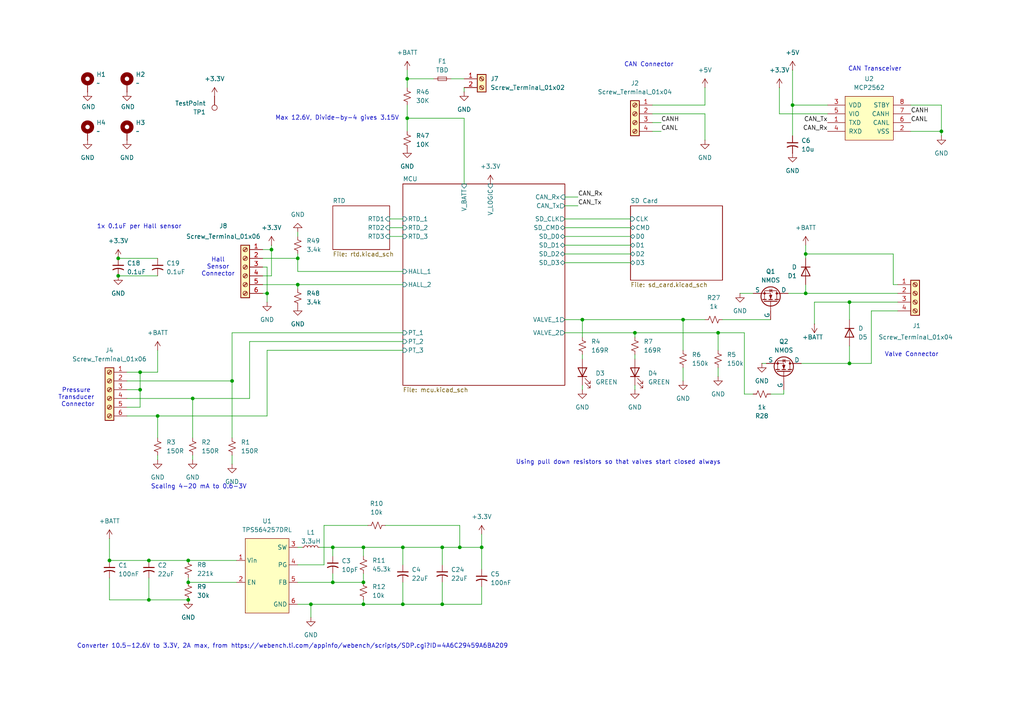
<source format=kicad_sch>
(kicad_sch (version 20250114) (generator "eeschema") (generator_version "9.0")
  (paper "A4")
  (lib_symbols
    (symbol "Connector:Screw_Terminal_01x02" (pin_names (offset 1.016) (hide yes))
      (property "Reference" "J" (at 0 2.54 0))
      (property "Value" "Screw_Terminal_01x02" (at 0 -5.08 0))
      (symbol "Screw_Terminal_01x02_1_1"
        (rectangle (start -1.27 1.27) (end 1.27 -3.81) (stroke (width 0.254)) (fill (type background)))
        (polyline (pts (xy -0.5334 0.3302) (xy 0.3302 -0.508)) (stroke (width 0.1524)))
        (polyline (pts (xy -0.5334 -2.2098) (xy 0.3302 -3.048)) (stroke (width 0.1524)))
        (polyline (pts (xy -0.3556 0.508) (xy 0.508 -0.3302)) (stroke (width 0.1524)))
        (polyline (pts (xy -0.3556 -2.032) (xy 0.508 -2.8702)) (stroke (width 0.1524)))
        (circle (center 0 0) (radius 0.635) (stroke (width 0.1524)))
        (circle (center 0 -2.54) (radius 0.635) (stroke (width 0.1524)))
        (pin passive line (at -5.08 0 0) (length 3.81) (name "Pin_1") (number "1"))
        (pin passive line (at -5.08 -2.54 0) (length 3.81) (name "Pin_2") (number "2"))
      )
    )
    (symbol "Connector:Screw_Terminal_01x04" (pin_names (offset 1.016) (hide yes))
      (property "Reference" "J" (at 0 5.08 0))
      (property "Value" "Screw_Terminal_01x04" (at 0 -7.62 0))
      (symbol "Screw_Terminal_01x04_1_1"
        (rectangle (start -1.27 3.81) (end 1.27 -6.35) (stroke (width 0.254)) (fill (type background)))
        (polyline (pts (xy -0.5334 2.8702) (xy 0.3302 2.032)) (stroke (width 0.1524)))
        (polyline (pts (xy -0.5334 0.3302) (xy 0.3302 -0.508)) (stroke (width 0.1524)))
        (polyline (pts (xy -0.5334 -2.2098) (xy 0.3302 -3.048)) (stroke (width 0.1524)))
        (polyline (pts (xy -0.5334 -4.7498) (xy 0.3302 -5.588)) (stroke (width 0.1524)))
        (polyline (pts (xy -0.3556 3.048) (xy 0.508 2.2098)) (stroke (width 0.1524)))
        (polyline (pts (xy -0.3556 0.508) (xy 0.508 -0.3302)) (stroke (width 0.1524)))
        (polyline (pts (xy -0.3556 -2.032) (xy 0.508 -2.8702)) (stroke (width 0.1524)))
        (polyline (pts (xy -0.3556 -4.572) (xy 0.508 -5.4102)) (stroke (width 0.1524)))
        (circle (center 0 2.54) (radius 0.635) (stroke (width 0.1524)))
        (circle (center 0 0) (radius 0.635) (stroke (width 0.1524)))
        (circle (center 0 -2.54) (radius 0.635) (stroke (width 0.1524)))
        (circle (center 0 -5.08) (radius 0.635) (stroke (width 0.1524)))
        (pin passive line (at -5.08 2.54 0) (length 3.81) (name "Pin_1") (number "1"))
        (pin passive line (at -5.08 0 0) (length 3.81) (name "Pin_2") (number "2"))
        (pin passive line (at -5.08 -2.54 0) (length 3.81) (name "Pin_3") (number "3"))
        (pin passive line (at -5.08 -5.08 0) (length 3.81) (name "Pin_4") (number "4"))
      )
    )
    (symbol "Connector:Screw_Terminal_01x06" (pin_names (offset 1.016) (hide yes))
      (property "Reference" "J" (at 0 7.62 0))
      (property "Value" "Screw_Terminal_01x06" (at 0 -10.16 0))
      (symbol "Screw_Terminal_01x06_1_1"
        (rectangle (start -1.27 6.35) (end 1.27 -8.89) (stroke (width 0.254)) (fill (type background)))
        (polyline (pts (xy -0.5334 5.4102) (xy 0.3302 4.572)) (stroke (width 0.1524)))
        (polyline (pts (xy -0.5334 2.8702) (xy 0.3302 2.032)) (stroke (width 0.1524)))
        (polyline (pts (xy -0.5334 0.3302) (xy 0.3302 -0.508)) (stroke (width 0.1524)))
        (polyline (pts (xy -0.5334 -2.2098) (xy 0.3302 -3.048)) (stroke (width 0.1524)))
        (polyline (pts (xy -0.5334 -4.7498) (xy 0.3302 -5.588)) (stroke (width 0.1524)))
        (polyline (pts (xy -0.5334 -7.2898) (xy 0.3302 -8.128)) (stroke (width 0.1524)))
        (polyline (pts (xy -0.3556 5.588) (xy 0.508 4.7498)) (stroke (width 0.1524)))
        (polyline (pts (xy -0.3556 3.048) (xy 0.508 2.2098)) (stroke (width 0.1524)))
        (polyline (pts (xy -0.3556 0.508) (xy 0.508 -0.3302)) (stroke (width 0.1524)))
        (polyline (pts (xy -0.3556 -2.032) (xy 0.508 -2.8702)) (stroke (width 0.1524)))
        (polyline (pts (xy -0.3556 -4.572) (xy 0.508 -5.4102)) (stroke (width 0.1524)))
        (polyline (pts (xy -0.3556 -7.112) (xy 0.508 -7.9502)) (stroke (width 0.1524)))
        (circle (center 0 5.08) (radius 0.635) (stroke (width 0.1524)))
        (circle (center 0 2.54) (radius 0.635) (stroke (width 0.1524)))
        (circle (center 0 0) (radius 0.635) (stroke (width 0.1524)))
        (circle (center 0 -2.54) (radius 0.635) (stroke (width 0.1524)))
        (circle (center 0 -5.08) (radius 0.635) (stroke (width 0.1524)))
        (circle (center 0 -7.62) (radius 0.635) (stroke (width 0.1524)))
        (pin passive line (at -5.08 5.08 0) (length 3.81) (name "Pin_1") (number "1"))
        (pin passive line (at -5.08 2.54 0) (length 3.81) (name "Pin_2") (number "2"))
        (pin passive line (at -5.08 0 0) (length 3.81) (name "Pin_3") (number "3"))
        (pin passive line (at -5.08 -2.54 0) (length 3.81) (name "Pin_4") (number "4"))
        (pin passive line (at -5.08 -5.08 0) (length 3.81) (name "Pin_5") (number "5"))
        (pin passive line (at -5.08 -7.62 0) (length 3.81) (name "Pin_6") (number "6"))
      )
    )
    (symbol "Connector:TestPoint" (pin_numbers (hide yes)) (pin_names (offset 0.762) (hide yes))
      (property "Reference" "TP" (at 0 6.858 0))
      (property "Value" "TestPoint" (at 0 5.08 0))
      (symbol "TestPoint_0_1"
        (circle (center 0 3.302) (radius 0.762))
      )
      (symbol "TestPoint_1_1"
        (pin passive line (at 0 0 90) (length 2.54) (name "1") (number "1"))
      )
    )
    (symbol "Device:C_Small_US" (pin_numbers (hide yes)) (pin_names (offset 0.254) (hide yes))
      (property "Reference" "C" (at 0.254 1.778 0))
      (property "Value" "C_Small_US" (at 0.254 -2.032 0))
      (symbol "C_Small_US_0_1"
        (polyline (pts (xy -1.524 0.508) (xy 1.524 0.508)) (stroke (width 0.3048)))
        (arc (start -1.524 -0.762) (mid 0 -0.3734) (end 1.524 -0.762) (stroke (width 0.3048)))
      )
      (symbol "C_Small_US_1_1"
        (pin passive line (at 0 2.54 270) (length 2.032) (name "~") (number "1"))
        (pin passive line (at 0 -2.54 90) (length 2.032) (name "~") (number "2"))
      )
    )
    (symbol "Device:D" (pin_numbers (hide yes)) (pin_names (offset 1.016) (hide yes))
      (property "Reference" "D" (at 0 2.54 0))
      (property "Value" "D" (at 0 -2.54 0))
      (symbol "D_0_1"
        (polyline (pts (xy -1.27 1.27) (xy -1.27 -1.27)) (stroke (width 0.254)))
        (polyline (pts (xy 1.27 1.27) (xy 1.27 -1.27) (xy -1.27 0) (xy 1.27 1.27)) (stroke (width 0.254)))
        (polyline (pts (xy 1.27 0) (xy -1.27 0)))
      )
      (symbol "D_1_1"
        (pin passive line (at -3.81 0 0) (length 2.54) (name "K") (number "1"))
        (pin passive line (at 3.81 0 180) (length 2.54) (name "A") (number "2"))
      )
    )
    (symbol "Device:Fuse_Small" (pin_numbers (hide yes)) (pin_names (offset 0.254) (hide yes))
      (property "Reference" "F" (at 0 -1.524 0))
      (property "Value" "Fuse_Small" (at 0 1.524 0))
      (symbol "Fuse_Small_0_1"
        (rectangle (start -1.27 0.508) (end 1.27 -0.508))
        (polyline (pts (xy -1.27 0) (xy 1.27 0)))
      )
      (symbol "Fuse_Small_1_1"
        (pin passive line (at -2.54 0 0) (length 1.27) (name "~") (number "1"))
        (pin passive line (at 2.54 0 180) (length 1.27) (name "~") (number "2"))
      )
    )
    (symbol "Device:LED" (pin_numbers (hide yes)) (pin_names (offset 1.016) (hide yes))
      (property "Reference" "D" (at 0 2.54 0))
      (property "Value" "LED" (at 0 -2.54 0))
      (symbol "LED_0_1"
        (polyline (pts (xy -3.048 -0.762) (xy -4.572 -2.286) (xy -3.81 -2.286) (xy -4.572 -2.286) (xy -4.572 -1.524)))
        (polyline (pts (xy -1.778 -0.762) (xy -3.302 -2.286) (xy -2.54 -2.286) (xy -3.302 -2.286) (xy -3.302 -1.524)))
        (polyline (pts (xy -1.27 0) (xy 1.27 0)))
        (polyline (pts (xy -1.27 -1.27) (xy -1.27 1.27)) (stroke (width 0.254)))
        (polyline (pts (xy 1.27 -1.27) (xy 1.27 1.27) (xy -1.27 0) (xy 1.27 -1.27)) (stroke (width 0.254)))
      )
      (symbol "LED_1_1"
        (pin passive line (at -3.81 0 0) (length 2.54) (name "K") (number "1"))
        (pin passive line (at 3.81 0 180) (length 2.54) (name "A") (number "2"))
      )
    )
    (symbol "Device:L_Small" (pin_numbers (hide yes)) (pin_names (offset 0.254) (hide yes))
      (property "Reference" "L" (at 0.762 1.016 0))
      (property "Value" "L_Small" (at 0.762 -1.016 0))
      (symbol "L_Small_0_1"
        (arc (start 0 2.032) (mid 0.5058 1.524) (end 0 1.016))
        (arc (start 0 1.016) (mid 0.5058 0.508) (end 0 0))
        (arc (start 0 0) (mid 0.5058 -0.508) (end 0 -1.016))
        (arc (start 0 -1.016) (mid 0.5058 -1.524) (end 0 -2.032))
      )
      (symbol "L_Small_1_1"
        (pin passive line (at 0 2.54 270) (length 0.508) (name "~") (number "1"))
        (pin passive line (at 0 -2.54 90) (length 0.508) (name "~") (number "2"))
      )
    )
    (symbol "Device:R_Small_US" (pin_numbers (hide yes)) (pin_names (offset 0.254) (hide yes))
      (property "Reference" "R" (at 0.762 0.508 0))
      (property "Value" "R_Small_US" (at 0.762 -1.016 0))
      (symbol "R_Small_US_1_1"
        (polyline (pts (xy 0 1.524) (xy 1.016 1.143) (xy 0 0.762) (xy -1.016 0.381) (xy 0 0)))
        (polyline (pts (xy 0 0) (xy 1.016 -0.381) (xy 0 -0.762) (xy -1.016 -1.143) (xy 0 -1.524)))
        (pin passive line (at 0 2.54 270) (length 1.016) (name "~") (number "1"))
        (pin passive line (at 0 -2.54 90) (length 1.016) (name "~") (number "2"))
      )
    )
    (symbol "FYDP_Library:TPS564257DRL"
      (property "Reference" "U" (at 0 7.366 0))
      (property "Value" "TPS564257DRL" (at 0 5.334 0))
      (symbol "TPS564257DRL_0_1"
        (rectangle (start -6.35 3.81) (end 6.35 -17.78) (fill (type color) (color 255 255 194 1)))
      )
      (symbol "TPS564257DRL_1_1"
        (pin power_in line (at -8.89 -2.54 0) (length 2.54) (name "Vin") (number "1"))
        (pin input line (at -8.89 -8.89 0) (length 2.54) (name "EN") (number "2"))
        (pin output line (at 8.89 1.27 180) (length 2.54) (name "SW") (number "3"))
        (pin output line (at 8.89 -3.81 180) (length 2.54) (name "PG") (number "4"))
        (pin output line (at 8.89 -8.89 180) (length 2.54) (name "FB") (number "5"))
        (pin power_in line (at 8.89 -15.24 180) (length 2.54) (name "GND") (number "6"))
      )
    )
    (symbol "Mechanical:MountingHole_Pad" (pin_numbers (hide yes)) (pin_names (offset 1.016) (hide yes)) (in_bom no)
      (property "Reference" "H" (at 0 6.35 0))
      (property "Value" "MountingHole_Pad" (at 0 4.445 0))
      (symbol "MountingHole_Pad_0_1"
        (circle (center 0 1.27) (radius 1.27) (stroke (width 1.27)))
      )
      (symbol "MountingHole_Pad_1_1"
        (pin input line (at 0 -2.54 90) (length 2.54) (name "1") (number "1"))
      )
    )
    (symbol "Simulation_SPICE:NMOS" (pin_numbers (hide yes)) (pin_names (offset 0))
      (property "Reference" "Q" (at 5.08 1.27 0))
      (property "Value" "NMOS" (at 5.08 -1.27 0))
      (symbol "NMOS_0_1"
        (polyline (pts (xy 0.254 1.905) (xy 0.254 -1.905)) (stroke (width 0.254)))
        (polyline (pts (xy 0.254 0) (xy -2.54 0)))
        (polyline (pts (xy 0.762 2.286) (xy 0.762 1.27)) (stroke (width 0.254)))
        (polyline (pts (xy 0.762 0.508) (xy 0.762 -0.508)) (stroke (width 0.254)))
        (polyline (pts (xy 0.762 -1.27) (xy 0.762 -2.286)) (stroke (width 0.254)))
        (polyline (pts (xy 0.762 -1.778) (xy 3.302 -1.778) (xy 3.302 1.778) (xy 0.762 1.778)))
        (polyline (pts (xy 1.016 0) (xy 2.032 0.381) (xy 2.032 -0.381) (xy 1.016 0)) (fill (type outline)))
        (circle (center 1.651 0) (radius 2.794) (stroke (width 0.254)))
        (polyline (pts (xy 2.54 2.54) (xy 2.54 1.778)))
        (circle (center 2.54 1.778) (radius 0.254) (fill (type outline)))
        (circle (center 2.54 -1.778) (radius 0.254) (fill (type outline)))
        (polyline (pts (xy 2.54 -2.54) (xy 2.54 0) (xy 0.762 0)))
        (polyline (pts (xy 2.794 0.508) (xy 2.921 0.381) (xy 3.683 0.381) (xy 3.81 0.254)))
        (polyline (pts (xy 3.302 0.381) (xy 2.921 -0.254) (xy 3.683 -0.254) (xy 3.302 0.381)))
      )
      (symbol "NMOS_1_1"
        (pin input line (at -5.08 0 0) (length 2.54) (name "G") (number "2"))
        (pin passive line (at 2.54 5.08 270) (length 2.54) (name "D") (number "1"))
        (pin passive line (at 2.54 -5.08 90) (length 2.54) (name "S") (number "3"))
      )
    )
    (symbol "canhw:MCP2562" (pin_names (offset 1.016))
      (property "Reference" "U" (at 5.08 3.81 0))
      (property "Value" "MCP2562" (at -3.81 3.81 0))
      (symbol "MCP2562_0_1"
        (rectangle (start -7.62 2.54) (end 6.35 -10.16) (fill (type background)))
      )
      (symbol "MCP2562_1_1"
        (pin power_in line (at -12.7 0 0) (length 5.08) (name "VDD") (number "3"))
        (pin bidirectional line (at -12.7 -2.54 0) (length 5.08) (name "VIO") (number "5"))
        (pin bidirectional line (at -12.7 -5.08 0) (length 5.08) (name "TXD") (number "1"))
        (pin bidirectional line (at -12.7 -7.62 0) (length 5.08) (name "RXD") (number "4"))
        (pin bidirectional line (at 11.43 0 180) (length 5.08) (name "STBY") (number "8"))
        (pin bidirectional line (at 11.43 -2.54 180) (length 5.08) (name "CANH") (number "7"))
        (pin bidirectional line (at 11.43 -5.08 180) (length 5.08) (name "CANL") (number "6"))
        (pin power_in line (at 11.43 -7.62 180) (length 5.08) (name "VSS") (number "2"))
      )
    )
    (symbol "power:+12V" (power) (pin_numbers (hide yes)) (pin_names (offset 0) (hide yes))
      (property "Value" "+12V" (at 0 3.556 0))
      (symbol "+12V_0_1"
        (polyline (pts (xy -0.762 1.27) (xy 0 2.54)))
        (polyline (pts (xy 0 2.54) (xy 0.762 1.27)))
        (polyline (pts (xy 0 0) (xy 0 2.54)))
      )
      (symbol "+12V_1_1"
        (pin power_in line (at 0 0 90) (length 0) (name "~") (number "1"))
      )
    )
    (symbol "power:+24V" (power) (pin_numbers (hide yes)) (pin_names (offset 0) (hide yes))
      (property "Value" "+24V" (at 0 3.556 0))
      (symbol "+24V_0_1"
        (polyline (pts (xy -0.762 1.27) (xy 0 2.54)))
        (polyline (pts (xy 0 2.54) (xy 0.762 1.27)))
        (polyline (pts (xy 0 0) (xy 0 2.54)))
      )
      (symbol "+24V_1_1"
        (pin power_in line (at 0 0 90) (length 0) (name "~") (number "1"))
      )
    )
    (symbol "power:+3.3V" (power) (pin_numbers (hide yes)) (pin_names (offset 0) (hide yes))
      (property "Value" "+3.3V" (at 0 3.556 0))
      (symbol "+3.3V_0_1"
        (polyline (pts (xy -0.762 1.27) (xy 0 2.54)))
        (polyline (pts (xy 0 2.54) (xy 0.762 1.27)))
        (polyline (pts (xy 0 0) (xy 0 2.54)))
      )
      (symbol "+3.3V_1_1"
        (pin power_in line (at 0 0 90) (length 0) (name "~") (number "1"))
      )
    )
    (symbol "power:+5V" (power) (pin_numbers (hide yes)) (pin_names (offset 0) (hide yes))
      (property "Value" "+5V" (at 0 3.556 0))
      (symbol "+5V_0_1"
        (polyline (pts (xy -0.762 1.27) (xy 0 2.54)))
        (polyline (pts (xy 0 2.54) (xy 0.762 1.27)))
        (polyline (pts (xy 0 0) (xy 0 2.54)))
      )
      (symbol "+5V_1_1"
        (pin power_in line (at 0 0 90) (length 0) (name "~") (number "1"))
      )
    )
    (symbol "power:+BATT" (power) (pin_numbers (hide yes)) (pin_names (offset 0) (hide yes))
      (property "Value" "+BATT" (at 0 3.556 0))
      (symbol "+BATT_0_1"
        (polyline (pts (xy -0.762 1.27) (xy 0 2.54)))
        (polyline (pts (xy 0 2.54) (xy 0.762 1.27)))
        (polyline (pts (xy 0 0) (xy 0 2.54)))
      )
      (symbol "+BATT_1_1"
        (pin power_in line (at 0 0 90) (length 0) (name "~") (number "1"))
      )
    )
    (symbol "power:GND" (power) (pin_numbers (hide yes)) (pin_names (offset 0) (hide yes))
      (property "Value" "GND" (at 0 -3.81 0))
      (symbol "GND_0_1"
        (polyline (pts (xy 0 0) (xy 0 -1.27) (xy 1.27 -1.27) (xy 0 -2.54) (xy -1.27 -1.27) (xy 0 -1.27)))
      )
      (symbol "GND_1_1"
        (pin power_in line (at 0 0 270) (length 0) (name "~") (number "1"))
      )
    )
  )
  (text "Hall\nSensor\nConnector" (at 63.246 77.47 0) (effects (font (size 1.27 1.27))))
  (text "Converter 10.5-12.6V to 3.3V, 2A max, from https://webench.ti.com/appinfo/webench/scripts/SDP.cgi?ID=4A6C29459A6BA209" (at 84.836 187.452 0) (effects (font (size 1.27 1.27))))
  (text "Scaling 4-20 mA to 0.6-3V" (at 57.658 141.224 0) (effects (font (size 1.27 1.27))))
  (text "Max 12.6V, Divide-by-4 gives 3.15V" (at 97.79 34.29 0) (effects (font (size 1.27 1.27))))
  (text "1x 0.1uF per Hall sensor" (at 40.386 65.786 0) (effects (font (size 1.27 1.27))))
  (text "Pressure \nTransducer \nConnector" (at 22.606 115.316 0) (effects (font (size 1.27 1.27))))
  (text "CAN Connector" (at 188.214 18.796 0) (effects (font (size 1.27 1.27))))
  (text "Using pull down resistors so that valves start closed always" (at 179.324 134.112 0) (effects (font (size 1.27 1.27))))
  (text "CAN Transceiver" (at 253.746 20.066 0) (effects (font (size 1.27 1.27))))
  (text "Valve Connector" (at 264.414 102.87 0) (effects (font (size 1.27 1.27))))
  (junction (at 168.91 92.71))
  (junction (at 118.11 22.86))
  (junction (at 77.47 85.09))
  (junction (at 229.87 30.48))
  (junction (at 246.38 87.63))
  (junction (at 105.41 168.91))
  (junction (at 43.18 162.56))
  (junction (at 78.74 72.39))
  (junction (at 139.7 158.75))
  (junction (at 40.64 113.03))
  (junction (at 105.41 158.75))
  (junction (at 128.27 158.75))
  (junction (at 116.84 158.75))
  (junction (at 96.52 168.91))
  (junction (at 31.75 162.56))
  (junction (at 116.84 175.26))
  (junction (at 105.41 175.26))
  (junction (at 86.36 82.55))
  (junction (at 86.36 74.93))
  (junction (at 34.29 74.93))
  (junction (at 54.61 162.56))
  (junction (at 184.15 96.52))
  (junction (at 40.64 107.95))
  (junction (at 90.17 175.26))
  (junction (at 55.88 115.57))
  (junction (at 34.29 80.01))
  (junction (at 246.38 105.41))
  (junction (at 198.12 92.71))
  (junction (at 133.35 158.75))
  (junction (at 208.28 96.52))
  (junction (at 54.61 168.91))
  (junction (at 54.61 173.99))
  (junction (at 233.68 73.66))
  (junction (at 67.31 110.49))
  (junction (at 128.27 175.26))
  (junction (at 233.68 85.09))
  (junction (at 96.52 158.75))
  (junction (at 43.18 173.99))
  (junction (at 45.72 120.65))
  (junction (at 118.11 34.29))
  (junction (at 273.05 38.1))
  (wire (pts (xy 204.47 33.02) (xy 204.47 40.64)))
  (wire (pts (xy 40.64 118.11) (xy 40.64 113.03)))
  (wire (pts (xy 259.08 73.66) (xy 259.08 82.55)))
  (wire (pts (xy 246.38 87.63) (xy 260.35 87.63)))
  (wire (pts (xy 228.6 85.09) (xy 233.68 85.09)))
  (wire (pts (xy 118.11 30.48) (xy 118.11 34.29)))
  (wire (pts (xy 111.76 152.4) (xy 133.35 152.4)))
  (wire (pts (xy 128.27 168.91) (xy 128.27 175.26)))
  (wire (pts (xy 86.36 158.75) (xy 87.63 158.75)))
  (wire (pts (xy 43.18 162.56) (xy 54.61 162.56)))
  (wire (pts (xy 40.64 113.03) (xy 40.64 107.95)))
  (wire (pts (xy 223.52 114.3) (xy 227.33 114.3)))
  (wire (pts (xy 191.77 35.56) (xy 189.23 35.56)))
  (wire (pts (xy 76.2 85.09) (xy 77.47 85.09)))
  (wire (pts (xy 236.22 87.63) (xy 246.38 87.63)))
  (wire (pts (xy 77.47 85.09) (xy 77.47 87.63)))
  (wire (pts (xy 118.11 22.86) (xy 125.73 22.86)))
  (wire (pts (xy 260.35 90.17) (xy 252.73 90.17)))
  (wire (pts (xy 105.41 175.26) (xy 90.17 175.26)))
  (wire (pts (xy 139.7 165.1) (xy 139.7 158.75)))
  (wire (pts (xy 208.28 96.52) (xy 215.9 96.52)))
  (wire (pts (xy 273.05 39.37) (xy 273.05 38.1)))
  (wire (pts (xy 96.52 158.75) (xy 105.41 158.75)))
  (wire (pts (xy 134.62 34.29) (xy 118.11 34.29)))
  (wire (pts (xy 227.33 113.03) (xy 227.33 114.3)))
  (wire (pts (xy 54.61 167.64) (xy 54.61 168.91)))
  (wire (pts (xy 36.83 110.49) (xy 67.31 110.49)))
  (wire (pts (xy 31.75 173.99) (xy 43.18 173.99)))
  (wire (pts (xy 76.2 77.47) (xy 77.47 77.47)))
  (wire (pts (xy 86.36 82.55) (xy 86.36 83.82)))
  (wire (pts (xy 93.98 152.4) (xy 106.68 152.4)))
  (wire (pts (xy 78.74 72.39) (xy 76.2 72.39)))
  (wire (pts (xy 86.36 78.74) (xy 86.36 74.93)))
  (wire (pts (xy 105.41 166.37) (xy 105.41 168.91)))
  (wire (pts (xy 139.7 175.26) (xy 128.27 175.26)))
  (wire (pts (xy 43.18 173.99) (xy 54.61 173.99)))
  (wire (pts (xy 168.91 102.87) (xy 168.91 104.14)))
  (wire (pts (xy 31.75 156.21) (xy 31.75 162.56)))
  (wire (pts (xy 226.06 25.4) (xy 226.06 33.02)))
  (wire (pts (xy 233.68 73.66) (xy 233.68 71.12)))
  (wire (pts (xy 116.84 163.83) (xy 116.84 158.75)))
  (wire (pts (xy 226.06 33.02) (xy 240.03 33.02)))
  (wire (pts (xy 208.28 96.52) (xy 208.28 101.6)))
  (wire (pts (xy 76.2 74.93) (xy 86.36 74.93)))
  (wire (pts (xy 233.68 82.55) (xy 233.68 85.09)))
  (wire (pts (xy 43.18 167.64) (xy 43.18 173.99)))
  (wire (pts (xy 233.68 85.09) (xy 260.35 85.09)))
  (wire (pts (xy 34.29 74.93) (xy 45.72 74.93)))
  (wire (pts (xy 116.84 158.75) (xy 105.41 158.75)))
  (wire (pts (xy 86.36 168.91) (xy 96.52 168.91)))
  (wire (pts (xy 259.08 82.55) (xy 260.35 82.55)))
  (wire (pts (xy 134.62 25.4) (xy 134.62 26.67)))
  (wire (pts (xy 54.61 168.91) (xy 68.58 168.91)))
  (wire (pts (xy 86.36 78.74) (xy 116.84 78.74)))
  (wire (pts (xy 163.83 73.66) (xy 182.88 73.66)))
  (wire (pts (xy 133.35 152.4) (xy 133.35 158.75)))
  (wire (pts (xy 198.12 92.71) (xy 198.12 101.6)))
  (wire (pts (xy 105.41 175.26) (xy 116.84 175.26)))
  (wire (pts (xy 214.63 85.09) (xy 218.44 85.09)))
  (wire (pts (xy 229.87 30.48) (xy 229.87 39.37)))
  (wire (pts (xy 45.72 120.65) (xy 77.47 120.65)))
  (wire (pts (xy 134.62 53.34) (xy 134.62 34.29)))
  (wire (pts (xy 184.15 104.14) (xy 184.15 102.87)))
  (wire (pts (xy 96.52 161.29) (xy 96.52 158.75)))
  (wire (pts (xy 232.41 105.41) (xy 246.38 105.41)))
  (wire (pts (xy 55.88 115.57) (xy 72.39 115.57)))
  (wire (pts (xy 77.47 120.65) (xy 77.47 101.6)))
  (wire (pts (xy 128.27 175.26) (xy 116.84 175.26)))
  (wire (pts (xy 215.9 114.3) (xy 218.44 114.3)))
  (wire (pts (xy 208.28 109.22) (xy 208.28 106.68)))
  (wire (pts (xy 67.31 110.49) (xy 67.31 127)))
  (wire (pts (xy 77.47 77.47) (xy 77.47 85.09)))
  (wire (pts (xy 273.05 38.1) (xy 273.05 30.48)))
  (wire (pts (xy 36.83 120.65) (xy 45.72 120.65)))
  (wire (pts (xy 236.22 87.63) (xy 236.22 93.98)))
  (wire (pts (xy 215.9 114.3) (xy 215.9 96.52)))
  (wire (pts (xy 168.91 92.71) (xy 168.91 97.79)))
  (wire (pts (xy 220.98 105.41) (xy 222.25 105.41)))
  (wire (pts (xy 54.61 162.56) (xy 68.58 162.56)))
  (wire (pts (xy 96.52 168.91) (xy 105.41 168.91)))
  (wire (pts (xy 233.68 73.66) (xy 259.08 73.66)))
  (wire (pts (xy 118.11 25.4) (xy 118.11 22.86)))
  (wire (pts (xy 78.74 72.39) (xy 78.74 80.01)))
  (wire (pts (xy 86.36 73.66) (xy 86.36 74.93)))
  (wire (pts (xy 229.87 20.32) (xy 229.87 30.48)))
  (wire (pts (xy 76.2 80.01) (xy 78.74 80.01)))
  (wire (pts (xy 116.84 63.5) (xy 113.03 63.5)))
  (wire (pts (xy 167.64 57.15) (xy 163.83 57.15)))
  (wire (pts (xy 76.2 82.55) (xy 86.36 82.55)))
  (wire (pts (xy 118.11 20.32) (xy 118.11 22.86)))
  (wire (pts (xy 139.7 158.75) (xy 133.35 158.75)))
  (wire (pts (xy 204.47 30.48) (xy 204.47 25.4)))
  (wire (pts (xy 189.23 33.02) (xy 204.47 33.02)))
  (wire (pts (xy 163.83 68.58) (xy 182.88 68.58)))
  (wire (pts (xy 96.52 168.91) (xy 96.52 166.37)))
  (wire (pts (xy 264.16 30.48) (xy 273.05 30.48)))
  (wire (pts (xy 45.72 120.65) (xy 45.72 127)))
  (wire (pts (xy 45.72 101.6) (xy 45.72 107.95)))
  (wire (pts (xy 40.64 107.95) (xy 36.83 107.95)))
  (wire (pts (xy 116.84 168.91) (xy 116.84 175.26)))
  (wire (pts (xy 78.74 71.12) (xy 78.74 72.39)))
  (wire (pts (xy 67.31 110.49) (xy 67.31 96.52)))
  (wire (pts (xy 163.83 71.12) (xy 182.88 71.12)))
  (wire (pts (xy 34.29 80.01) (xy 45.72 80.01)))
  (wire (pts (xy 252.73 105.41) (xy 246.38 105.41)))
  (wire (pts (xy 184.15 97.79) (xy 184.15 96.52)))
  (wire (pts (xy 184.15 113.03) (xy 184.15 111.76)))
  (wire (pts (xy 67.31 96.52) (xy 116.84 96.52)))
  (wire (pts (xy 130.81 22.86) (xy 134.62 22.86)))
  (wire (pts (xy 163.83 96.52) (xy 184.15 96.52)))
  (wire (pts (xy 128.27 158.75) (xy 128.27 163.83)))
  (wire (pts (xy 105.41 173.99) (xy 105.41 175.26)))
  (wire (pts (xy 229.87 30.48) (xy 240.03 30.48)))
  (wire (pts (xy 184.15 96.52) (xy 208.28 96.52)))
  (wire (pts (xy 86.36 68.58) (xy 86.36 67.31)))
  (wire (pts (xy 45.72 107.95) (xy 40.64 107.95)))
  (wire (pts (xy 209.55 92.71) (xy 223.52 92.71)))
  (wire (pts (xy 72.39 99.06) (xy 72.39 115.57)))
  (wire (pts (xy 128.27 158.75) (xy 133.35 158.75)))
  (wire (pts (xy 72.39 99.06) (xy 116.84 99.06)))
  (wire (pts (xy 67.31 134.62) (xy 67.31 132.08)))
  (wire (pts (xy 191.77 38.1) (xy 189.23 38.1)))
  (wire (pts (xy 118.11 34.29) (xy 118.11 38.1)))
  (wire (pts (xy 90.17 175.26) (xy 86.36 175.26)))
  (wire (pts (xy 36.83 113.03) (xy 40.64 113.03)))
  (wire (pts (xy 246.38 100.33) (xy 246.38 105.41)))
  (wire (pts (xy 198.12 92.71) (xy 204.47 92.71)))
  (wire (pts (xy 31.75 167.64) (xy 31.75 173.99)))
  (wire (pts (xy 168.91 111.76) (xy 168.91 113.03)))
  (wire (pts (xy 93.98 163.83) (xy 93.98 152.4)))
  (wire (pts (xy 113.03 66.04) (xy 116.84 66.04)))
  (wire (pts (xy 105.41 158.75) (xy 105.41 161.29)))
  (wire (pts (xy 55.88 133.35) (xy 55.88 132.08)))
  (wire (pts (xy 36.83 118.11) (xy 40.64 118.11)))
  (wire (pts (xy 116.84 158.75) (xy 128.27 158.75)))
  (wire (pts (xy 139.7 170.18) (xy 139.7 175.26)))
  (wire (pts (xy 252.73 90.17) (xy 252.73 105.41)))
  (wire (pts (xy 167.64 59.69) (xy 163.83 59.69)))
  (wire (pts (xy 90.17 179.07) (xy 90.17 175.26)))
  (wire (pts (xy 113.03 68.58) (xy 116.84 68.58)))
  (wire (pts (xy 163.83 63.5) (xy 182.88 63.5)))
  (wire (pts (xy 31.75 162.56) (xy 43.18 162.56)))
  (wire (pts (xy 198.12 106.68) (xy 198.12 110.49)))
  (wire (pts (xy 86.36 82.55) (xy 116.84 82.55)))
  (wire (pts (xy 168.91 92.71) (xy 198.12 92.71)))
  (wire (pts (xy 139.7 154.94) (xy 139.7 158.75)))
  (wire (pts (xy 36.83 115.57) (xy 55.88 115.57)))
  (wire (pts (xy 233.68 74.93) (xy 233.68 73.66)))
  (wire (pts (xy 163.83 66.04) (xy 182.88 66.04)))
  (wire (pts (xy 86.36 163.83) (xy 93.98 163.83)))
  (wire (pts (xy 189.23 30.48) (xy 204.47 30.48)))
  (wire (pts (xy 55.88 115.57) (xy 55.88 127)))
  (wire (pts (xy 264.16 38.1) (xy 273.05 38.1)))
  (wire (pts (xy 246.38 92.71) (xy 246.38 87.63)))
  (wire (pts (xy 45.72 133.35) (xy 45.72 132.08)))
  (wire (pts (xy 77.47 101.6) (xy 116.84 101.6)))
  (wire (pts (xy 163.83 76.2) (xy 182.88 76.2)))
  (wire (pts (xy 92.71 158.75) (xy 96.52 158.75)))
  (wire (pts (xy 163.83 92.71) (xy 168.91 92.71)))
  (label "CAN_Rx" (at 167.64 57.15 0))
  (label "CANH" (at 191.77 35.56 0))
  (label "CANL" (at 191.77 38.1 0))
  (label "CAN_Tx" (at 240.03 35.56 180))
  (label "CAN_Tx" (at 167.64 59.69 0))
  (label "CANL" (at 264.16 35.56 0))
  (label "CAN_Rx" (at 240.03 38.1 180))
  (label "CANH" (at 264.16 33.02 0))
  (symbol (lib_id "Simulation_SPICE:NMOS") (at 223.52 87.63 270) (mirror x) (unit 1)
    (property "Reference" "Q1" (at 223.52 78.74 90))
    (property "Value" "NMOS" (at 223.52 81.28 90))
    (property "Footprint" "Package_TO_SOT_SMD:SOT-23-3" (effects (hide yes)))
    (property "Datasheet" "https://ngspice.sourceforge.io/docs/ngspice-html-manual/manual.xhtml#cha_MOSFETs" (effects (hide yes)))
    (property "Description" "N-MOSFET transistor, drain/source/gate" (effects (hide yes)))
    (property "Sim.Device" "NMOS" (effects (hide yes)))
    (property "Sim.Type" "VDMOS" (effects (hide yes)))
    (property "Sim.Pins" "1=D 2=G 3=S" (effects (hide yes)))
  )
  (symbol (lib_id "Device:D") (at 246.38 96.52 90) (mirror x) (unit 1)
    (property "Reference" "D5" (at 248.92 97.7901 90) (effects (justify right)))
    (property "Value" "D" (at 248.92 95.2501 90) (effects (justify right)))
    (property "Footprint" "Diode_SMD:D_SMB-SMC_Universal_Handsoldering" (effects (hide yes)))
    (property "Description" "Diode" (effects (hide yes)))
    (property "Sim.Device" "D" (effects (hide yes)))
    (property "Sim.Pins" "1=K 2=A" (effects (hide yes)))
  )
  (symbol (lib_id "Device:LED") (at 168.91 107.95 90) (unit 1)
    (property "Reference" "D3" (at 172.72 108.2674 90) (effects (justify right)))
    (property "Value" "GREEN" (at 172.72 110.8074 90) (effects (justify right)))
    (property "Footprint" "Diode_SMD:D_0603_1608Metric_Pad1.05x0.95mm_HandSolder" (effects (hide yes)))
    (property "Description" "Light emitting diode" (effects (hide yes)))
    (property "Sim.Pins" "1=K 2=A" (effects (hide yes)))
  )
  (symbol (lib_id "Device:R_Small_US") (at 168.91 100.33 0) (unit 1)
    (property "Reference" "R4" (at 171.45 99.0599 0) (effects (justify left)))
    (property "Value" "169R" (at 171.45 101.5999 0) (effects (justify left)))
    (property "Footprint" "Resistor_SMD:R_0603_1608Metric_Pad0.98x0.95mm_HandSolder" (effects (hide yes)))
    (property "Description" "Resistor, small US symbol" (effects (hide yes)))
  )
  (symbol (lib_id "power:+5V") (at 204.47 25.4 0) (unit 1)
    (property "Reference" "#PWR033" (effects (hide yes)))
    (property "Value" "+5V" (at 204.47 20.32 0))
    (property "Description" "Power symbol creates a global label with name \"+5V\"" (effects (hide yes)))
  )
  (symbol (lib_id "power:+5V") (at 229.87 20.32 0) (unit 1)
    (property "Reference" "#PWR015" (effects (hide yes)))
    (property "Value" "+5V" (at 229.87 15.24 0))
    (property "Description" "Power symbol creates a global label with name \"+5V\"" (effects (hide yes)))
  )
  (symbol (lib_id "power:GND") (at 220.98 105.41 0) (unit 1)
    (property "Reference" "#PWR021" (effects (hide yes)))
    (property "Value" "GND" (at 220.98 110.49 0))
    (property "Description" "Power symbol creates a global label with name \"GND\" , ground" (effects (hide yes)))
  )
  (symbol (lib_id "Device:Fuse_Small") (at 128.27 22.86 0) (unit 1)
    (property "Reference" "F1" (at 128.27 17.78 0))
    (property "Value" "TBD" (at 128.27 20.32 0))
    (property "Footprint" "Fuse:Fuse_1206_3216Metric_Pad1.42x1.75mm_HandSolder" (effects (hide yes)))
    (property "Description" "Fuse, small symbol" (effects (hide yes)))
  )
  (symbol (lib_id "power:+3.3V") (at 78.74 71.12 0) (unit 1)
    (property "Reference" "#PWR063" (effects (hide yes)))
    (property "Value" "+3.3V" (at 78.74 66.04 0))
    (property "Description" "Power symbol creates a global label with name \"+3.3V\"" (effects (hide yes)))
  )
  (symbol (lib_id "Device:C_Small_US") (at 139.7 167.64 0) (unit 1)
    (property "Reference" "C5" (at 142.24 166.4969 0) (effects (justify left)))
    (property "Value" "100nF" (at 142.24 169.0369 0) (effects (justify left)))
    (property "Footprint" "Capacitor_SMD:C_0603_1608Metric_Pad1.08x0.95mm_HandSolder" (effects (hide yes)))
    (property "Description" "capacitor, small US symbol" (effects (hide yes)))
  )
  (symbol (lib_id "power:+3.3V") (at 226.06 25.4 0) (unit 1)
    (property "Reference" "#PWR08" (effects (hide yes)))
    (property "Value" "+3.3V" (at 226.06 20.32 0))
    (property "Description" "Power symbol creates a global label with name \"+3.3V\"" (effects (hide yes)))
  )
  (symbol (lib_id "power:GND") (at 208.28 109.22 0) (unit 1)
    (property "Reference" "#PWR07" (effects (hide yes)))
    (property "Value" "GND" (at 208.28 114.3 0))
    (property "Description" "Power symbol creates a global label with name \"GND\" , ground" (effects (hide yes)))
  )
  (symbol (lib_id "power:GND") (at 214.63 85.09 0) (unit 1)
    (property "Reference" "#PWR011" (effects (hide yes)))
    (property "Value" "GND" (at 214.63 90.17 0))
    (property "Description" "Power symbol creates a global label with name \"GND\" , ground" (effects (hide yes)))
  )
  (symbol (lib_id "Connector:TestPoint") (at 62.23 27.94 180) (unit 1)
    (property "Reference" "TP1" (at 59.69 32.5121 0) (effects (justify left)))
    (property "Value" "TestPoint" (at 59.69 29.9721 0) (effects (justify left)))
    (property "Footprint" "TestPoint:TestPoint_Pad_D2.0mm" (effects (hide yes)))
    (property "Description" "test point" (effects (hide yes)))
  )
  (symbol (lib_id "power:GND") (at 25.4 40.64 0) (unit 1)
    (property "Reference" "#PWR046" (effects (hide yes)))
    (property "Value" "GND" (at 25.4 45.72 0))
    (property "Description" "Power symbol creates a global label with name \"GND\" , ground" (effects (hide yes)))
  )
  (symbol (lib_id "Device:L_Small") (at 90.17 158.75 270) (mirror x) (unit 1)
    (property "Reference" "L1" (at 90.17 154.432 90))
    (property "Value" "3.3uH" (at 90.17 156.972 90))
    (property "Footprint" "Fydp_footprints:VLS6045EX-3R3N" (effects (hide yes)))
    (property "Description" "Inductor, small symbol" (effects (hide yes)))
  )
  (symbol (lib_id "Device:R_Small_US") (at 118.11 40.64 0) (unit 1)
    (property "Reference" "R47" (at 120.65 39.3699 0) (effects (justify left)))
    (property "Value" "10K" (at 120.65 41.9099 0) (effects (justify left)))
    (property "Footprint" "Resistor_SMD:R_0402_1005Metric_Pad0.72x0.64mm_HandSolder" (effects (hide yes)))
    (property "Description" "Resistor, small US symbol" (effects (hide yes)))
  )
  (symbol (lib_id "power:GND") (at 86.36 88.9 0) (unit 1)
    (property "Reference" "#PWR064" (effects (hide yes)))
    (property "Value" "GND" (at 86.36 93.98 0))
    (property "Description" "Power symbol creates a global label with name \"GND\" , ground" (effects (hide yes)))
  )
  (symbol (lib_id "Device:C_Small_US") (at 229.87 41.91 0) (unit 1)
    (property "Reference" "C6" (at 232.41 40.7669 0) (effects (justify left)))
    (property "Value" "10u" (at 232.41 43.3069 0) (effects (justify left)))
    (property "Footprint" "Capacitor_SMD:C_0603_1608Metric_Pad1.08x0.95mm_HandSolder" (effects (hide yes)))
    (property "Description" "capacitor, small US symbol" (effects (hide yes)))
  )
  (symbol (lib_id "power:+3.3V") (at 34.29 74.93 0) (unit 1)
    (property "Reference" "#PWR066" (effects (hide yes)))
    (property "Value" "+3.3V" (at 34.29 69.85 0))
    (property "Description" "Power symbol creates a global label with name \"+3.3V\"" (effects (hide yes)))
  )
  (symbol (lib_id "Device:C_Small_US") (at 128.27 166.37 0) (unit 1)
    (property "Reference" "C24" (at 130.81 165.2269 0) (effects (justify left)))
    (property "Value" "22uF" (at 130.81 167.7669 0) (effects (justify left)))
    (property "Footprint" "Capacitor_SMD:C_0805_2012Metric_Pad1.18x1.45mm_HandSolder" (effects (hide yes)))
    (property "Description" "capacitor, small US symbol" (effects (hide yes)))
  )
  (symbol (lib_id "power:GND") (at 90.17 179.07 0) (unit 1)
    (property "Reference" "#PWR018" (effects (hide yes)))
    (property "Value" "GND" (at 90.17 184.15 0))
    (property "Description" "Power symbol creates a global label with name \"GND\" , ground" (effects (hide yes)))
  )
  (symbol (lib_id "power:+3.3V") (at 142.24 53.34 0) (unit 1)
    (property "Reference" "#PWR038" (effects (hide yes)))
    (property "Value" "+3.3V" (at 142.24 48.26 0))
    (property "Description" "Power symbol creates a global label with name \"+3.3V\"" (effects (hide yes)))
  )
  (symbol (lib_id "Device:R_Small_US") (at 109.22 152.4 90) (unit 1)
    (property "Reference" "R10" (at 109.22 146.05 90))
    (property "Value" "10k" (at 109.22 148.59 90))
    (property "Footprint" "Resistor_SMD:R_0402_1005Metric_Pad0.72x0.64mm_HandSolder" (effects (hide yes)))
    (property "Description" "Resistor, small US symbol" (effects (hide yes)))
  )
  (symbol (lib_id "power:GND") (at 273.05 39.37 0) (unit 1)
    (property "Reference" "#PWR016" (effects (hide yes)))
    (property "Value" "GND" (at 273.05 44.45 0))
    (property "Description" "Power symbol creates a global label with name \"GND\" , ground" (effects (hide yes)))
  )
  (symbol (lib_id "power:+3.3V") (at 139.7 154.94 0) (unit 1)
    (property "Reference" "#PWR013" (effects (hide yes)))
    (property "Value" "+3.3V" (at 139.7 149.86 0))
    (property "Description" "Power symbol creates a global label with name \"+3.3V\"" (effects (hide yes)))
  )
  (symbol (lib_id "power:GND") (at 36.83 26.67 0) (unit 1)
    (property "Reference" "#PWR047" (effects (hide yes)))
    (property "Value" "GND" (at 37.084 30.988 0))
    (property "Description" "Power symbol creates a global label with name \"GND\" , ground" (effects (hide yes)))
  )
  (symbol (lib_id "Mechanical:MountingHole_Pad") (at 36.83 38.1 0) (unit 1) (in_bom no)
    (property "Reference" "H3" (at 39.37 35.5599 0) (effects (justify left)))
    (property "Value" "~" (at 39.37 38.0999 0) (effects (justify left)))
    (property "Footprint" "MountingHole:MountingHole_3.2mm_M3_Pad_Via" (effects (hide yes)))
    (property "Description" "Mounting Hole with connection" (effects (hide yes)))
  )
  (symbol (lib_id "power:GND") (at 229.87 44.45 0) (unit 1)
    (property "Reference" "#PWR023" (effects (hide yes)))
    (property "Value" "GND" (at 229.87 49.53 0))
    (property "Description" "Power symbol creates a global label with name \"GND\" , ground" (effects (hide yes)))
  )
  (symbol (lib_id "power:+BATT") (at 236.22 93.98 0) (mirror x) (unit 1)
    (property "Reference" "#PWR019" (effects (hide yes)))
    (property "Value" "+BATT" (at 232.664 97.79 0) (effects (justify left)))
    (property "Description" "Power symbol creates a global label with name \"+BATT\"" (effects (hide yes)))
  )
  (symbol (lib_id "Device:R_Small_US") (at 86.36 86.36 0) (unit 1)
    (property "Reference" "R48" (at 88.9 85.0899 0) (effects (justify left)))
    (property "Value" "3.4k" (at 88.9 87.6299 0) (effects (justify left)))
    (property "Footprint" "Resistor_SMD:R_0402_1005Metric_Pad0.72x0.64mm_HandSolder" (effects (hide yes)))
    (property "Description" "Resistor, small US symbol" (effects (hide yes)))
  )
  (symbol (lib_id "Device:R_Small_US") (at 55.88 129.54 0) (unit 1)
    (property "Reference" "R2" (at 58.42 128.2699 0) (effects (justify left)))
    (property "Value" "150R" (at 58.42 130.8099 0) (effects (justify left)))
    (property "Footprint" "Resistor_SMD:R_0603_1608Metric_Pad0.98x0.95mm_HandSolder" (effects (hide yes)))
    (property "Description" "Resistor, small US symbol" (effects (hide yes)))
  )
  (symbol (lib_id "power:GND") (at 54.61 173.99 0) (unit 1)
    (property "Reference" "#PWR014" (effects (hide yes)))
    (property "Value" "GND" (at 54.61 179.07 0))
    (property "Description" "Power symbol creates a global label with name \"GND\" , ground" (effects (hide yes)))
  )
  (symbol (lib_id "Connector:Screw_Terminal_01x06") (at 31.75 113.03 0) (mirror y) (unit 1)
    (property "Reference" "J4" (at 31.75 101.6 0))
    (property "Value" "Screw_Terminal_01x06" (at 31.75 104.14 0))
    (property "Footprint" "TerminalBlock_CUI:TerminalBlock_CUI_TB007-508-06_1x06_P5.08mm_Horizontal" (effects (hide yes)))
    (property "Description" "Generic screw terminal, single row, 01x06, script generated (kicad-library-utils/schlib/autogen/connector/)" (effects (hide yes)))
  )
  (symbol (lib_id "FYDP_Library:TPS564257DRL") (at 77.47 160.02 0) (unit 1)
    (property "Reference" "U1" (at 77.47 151.13 0))
    (property "Value" "TPS564257DRL" (at 77.47 153.67 0))
    (property "Footprint" "Package_TO_SOT_SMD:SOT-563" (effects (hide yes)))
  )
  (symbol (lib_id "Device:R_Small_US") (at 208.28 104.14 0) (unit 1)
    (property "Reference" "R5" (at 210.82 102.8699 0) (effects (justify left)))
    (property "Value" "150k" (at 210.82 105.4099 0) (effects (justify left)))
    (property "Footprint" "Resistor_SMD:R_0603_1608Metric_Pad0.98x0.95mm_HandSolder" (effects (hide yes)))
    (property "Description" "Resistor, small US symbol" (effects (hide yes)))
  )
  (symbol (lib_id "Device:R_Small_US") (at 54.61 165.1 0) (unit 1)
    (property "Reference" "R8" (at 57.15 163.8299 0) (effects (justify left)))
    (property "Value" "221k" (at 57.15 166.3699 0) (effects (justify left)))
    (property "Footprint" "Resistor_SMD:R_0603_1608Metric_Pad0.98x0.95mm_HandSolder" (effects (hide yes)))
    (property "Description" "Resistor, small US symbol" (effects (hide yes)))
  )
  (symbol (lib_id "power:GND") (at 198.12 110.49 0) (unit 1)
    (property "Reference" "#PWR06" (effects (hide yes)))
    (property "Value" "GND" (at 198.12 115.57 0))
    (property "Description" "Power symbol creates a global label with name \"GND\" , ground" (effects (hide yes)))
  )
  (symbol (lib_id "power:GND") (at 55.88 133.35 0) (unit 1)
    (property "Reference" "#PWR03" (effects (hide yes)))
    (property "Value" "GND" (at 55.88 138.43 0))
    (property "Description" "Power symbol creates a global label with name \"GND\" , ground" (effects (hide yes)))
  )
  (symbol (lib_id "Device:R_Small_US") (at 118.11 27.94 0) (unit 1)
    (property "Reference" "R46" (at 120.65 26.6699 0) (effects (justify left)))
    (property "Value" "30K" (at 120.65 29.2099 0) (effects (justify left)))
    (property "Footprint" "Resistor_SMD:R_0603_1608Metric_Pad0.98x0.95mm_HandSolder" (effects (hide yes)))
    (property "Description" "Resistor, small US symbol" (effects (hide yes)))
  )
  (symbol (lib_id "Connector:Screw_Terminal_01x06") (at 71.12 77.47 0) (mirror y) (unit 1)
    (property "Reference" "J8" (at 64.77 65.532 0))
    (property "Value" "Screw_Terminal_01x06" (at 64.77 68.58 0))
    (property "Footprint" "TerminalBlock_CUI:TerminalBlock_CUI_TB007-508-06_1x06_P5.08mm_Horizontal" (effects (hide yes)))
    (property "Description" "Generic screw terminal, single row, 01x06, script generated (kicad-library-utils/schlib/autogen/connector/)" (effects (hide yes)))
  )
  (symbol (lib_id "Device:C_Small_US") (at 43.18 165.1 0) (unit 1)
    (property "Reference" "C2" (at 45.72 163.9569 0) (effects (justify left)))
    (property "Value" "22uF" (at 45.72 166.4969 0) (effects (justify left)))
    (property "Footprint" "Capacitor_SMD:C_0805_2012Metric_Pad1.18x1.45mm_HandSolder" (effects (hide yes)))
    (property "Description" "capacitor, small US symbol" (effects (hide yes)))
  )
  (symbol (lib_id "power:GND") (at 168.91 113.03 0) (unit 1)
    (property "Reference" "#PWR012" (effects (hide yes)))
    (property "Value" "GND" (at 168.91 118.11 0))
    (property "Description" "Power symbol creates a global label with name \"GND\" , ground" (effects (hide yes)))
  )
  (symbol (lib_id "Device:R_Small_US") (at 184.15 100.33 0) (unit 1)
    (property "Reference" "R7" (at 186.69 99.0599 0) (effects (justify left)))
    (property "Value" "169R" (at 186.69 101.5999 0) (effects (justify left)))
    (property "Footprint" "Resistor_SMD:R_0603_1608Metric_Pad0.98x0.95mm_HandSolder" (effects (hide yes)))
    (property "Description" "Resistor, small US symbol" (effects (hide yes)))
  )
  (symbol (lib_id "power:+BATT") (at 31.75 156.21 0) (unit 1)
    (property "Reference" "#PWR09" (effects (hide yes)))
    (property "Value" "+BATT" (at 31.75 151.13 0))
    (property "Description" "Power symbol creates a global label with name \"+BATT\"" (effects (hide yes)))
  )
  (symbol (lib_id "Device:R_Small_US") (at 220.98 114.3 270) (unit 1)
    (property "Reference" "R28" (at 220.98 120.65 90))
    (property "Value" "1k" (at 220.98 118.11 90))
    (property "Footprint" "Resistor_SMD:R_0402_1005Metric_Pad0.72x0.64mm_HandSolder" (effects (hide yes)))
    (property "Description" "Resistor, small US symbol" (effects (hide yes)))
  )
  (symbol (lib_id "power:GND") (at 77.47 87.63 0) (unit 1)
    (property "Reference" "#PWR065" (effects (hide yes)))
    (property "Value" "GND" (at 77.47 92.71 0))
    (property "Description" "Power symbol creates a global label with name \"GND\" , ground" (effects (hide yes)))
  )
  (symbol (lib_id "power:+12V") (at 233.68 71.12 0) (unit 1)
    (property "Reference" "#PWR010" (effects (hide yes)))
    (property "Value" "+BATT" (at 233.68 66.04 0))
    (property "Description" "Power symbol creates a global label with name \"+12V\"" (effects (hide yes)))
  )
  (symbol (lib_id "Device:R_Small_US") (at 198.12 104.14 0) (unit 1)
    (property "Reference" "R6" (at 200.66 102.8699 0) (effects (justify left)))
    (property "Value" "150k" (at 200.66 105.4099 0) (effects (justify left)))
    (property "Footprint" "Resistor_SMD:R_0603_1608Metric_Pad0.98x0.95mm_HandSolder" (effects (hide yes)))
    (property "Description" "Resistor, small US symbol" (effects (hide yes)))
  )
  (symbol (lib_id "canhw:MCP2562") (at 252.73 30.48 0) (unit 1)
    (property "Reference" "U2" (at 252.095 22.86 0))
    (property "Value" "MCP2562" (at 252.095 25.4 0))
    (property "Footprint" "Package_SO:SOIC-8_3.9x4.9mm_P1.27mm" (effects (hide yes)))
  )
  (symbol (lib_id "Device:C_Small_US") (at 96.52 163.83 0) (unit 1)
    (property "Reference" "C3" (at 99.06 162.6869 0) (effects (justify left)))
    (property "Value" "10pF" (at 99.06 165.2269 0) (effects (justify left)))
    (property "Footprint" "Capacitor_SMD:C_0402_1005Metric_Pad0.74x0.62mm_HandSolder" (effects (hide yes)))
    (property "Description" "capacitor, small US symbol" (effects (hide yes)))
  )
  (symbol (lib_id "power:GND") (at 134.62 26.67 0) (unit 1)
    (property "Reference" "#PWR058" (effects (hide yes)))
    (property "Value" "GND" (at 134.62 31.75 0))
    (property "Description" "Power symbol creates a global label with name \"GND\" , ground" (effects (hide yes)))
  )
  (symbol (lib_id "Device:R_Small_US") (at 54.61 171.45 0) (unit 1)
    (property "Reference" "R9" (at 57.15 170.1799 0) (effects (justify left)))
    (property "Value" "30k" (at 57.15 172.7199 0) (effects (justify left)))
    (property "Footprint" "Resistor_SMD:R_0603_1608Metric_Pad0.98x0.95mm_HandSolder" (effects (hide yes)))
    (property "Description" "Resistor, small US symbol" (effects (hide yes)))
  )
  (symbol (lib_id "Device:R_Small_US") (at 45.72 129.54 0) (unit 1)
    (property "Reference" "R3" (at 48.26 128.2699 0) (effects (justify left)))
    (property "Value" "150R" (at 48.26 130.8099 0) (effects (justify left)))
    (property "Footprint" "Resistor_SMD:R_0603_1608Metric_Pad0.98x0.95mm_HandSolder" (effects (hide yes)))
    (property "Description" "Resistor, small US symbol" (effects (hide yes)))
  )
  (symbol (lib_id "Mechanical:MountingHole_Pad") (at 36.83 24.13 0) (unit 1) (in_bom no)
    (property "Reference" "H2" (at 39.37 21.5899 0) (effects (justify left)))
    (property "Value" "~" (at 39.37 24.1299 0) (effects (justify left)))
    (property "Footprint" "MountingHole:MountingHole_3.2mm_M3_Pad_Via" (effects (hide yes)))
    (property "Description" "Mounting Hole with connection" (effects (hide yes)))
  )
  (symbol (lib_id "Device:C_Small_US") (at 34.29 77.47 0) (unit 1)
    (property "Reference" "C18" (at 36.83 76.3269 0) (effects (justify left)))
    (property "Value" "0.1uF" (at 36.83 78.8669 0) (effects (justify left)))
    (property "Footprint" "Capacitor_SMD:C_0201_0603Metric_Pad0.64x0.40mm_HandSolder" (effects (hide yes)))
    (property "Description" "capacitor, small US symbol" (effects (hide yes)))
  )
  (symbol (lib_id "Device:C_Small_US") (at 31.75 165.1 0) (unit 1)
    (property "Reference" "C1" (at 34.29 163.9569 0) (effects (justify left)))
    (property "Value" "100nF" (at 34.29 166.4969 0) (effects (justify left)))
    (property "Footprint" "Capacitor_SMD:C_0603_1608Metric_Pad1.08x0.95mm_HandSolder" (effects (hide yes)))
    (property "Description" "capacitor, small US symbol" (effects (hide yes)))
  )
  (symbol (lib_id "power:GND") (at 34.29 80.01 0) (unit 1)
    (property "Reference" "#PWR067" (effects (hide yes)))
    (property "Value" "GND" (at 34.29 85.09 0))
    (property "Description" "Power symbol creates a global label with name \"GND\" , ground" (effects (hide yes)))
  )
  (symbol (lib_id "Device:R_Small_US") (at 67.31 129.54 0) (unit 1)
    (property "Reference" "R1" (at 69.85 128.2699 0) (effects (justify left)))
    (property "Value" "150R" (at 69.85 130.8099 0) (effects (justify left)))
    (property "Footprint" "Resistor_SMD:R_0603_1608Metric_Pad0.98x0.95mm_HandSolder" (effects (hide yes)))
    (property "Description" "Resistor, small US symbol" (effects (hide yes)))
  )
  (symbol (lib_id "power:GND") (at 118.11 43.18 0) (unit 1)
    (property "Reference" "#PWR059" (effects (hide yes)))
    (property "Value" "GND" (at 118.11 48.26 0))
    (property "Description" "Power symbol creates a global label with name \"GND\" , ground" (effects (hide yes)))
  )
  (symbol (lib_id "power:GND") (at 204.47 40.64 0) (unit 1)
    (property "Reference" "#PWR017" (effects (hide yes)))
    (property "Value" "GND" (at 204.47 45.72 0))
    (property "Description" "Power symbol creates a global label with name \"GND\" , ground" (effects (hide yes)))
  )
  (symbol (lib_id "Connector:Screw_Terminal_01x02") (at 139.7 22.86 0) (unit 1)
    (property "Reference" "J7" (at 142.24 22.8599 0) (effects (justify left)))
    (property "Value" "Screw_Terminal_01x02" (at 142.24 25.3999 0) (effects (justify left)))
    (property "Footprint" "TerminalBlock_CUI:TerminalBlock_CUI_TB007-508-02_1x02_P5.08mm_Horizontal" (effects (hide yes)))
    (property "Description" "Generic screw terminal, single row, 01x02, script generated (kicad-library-utils/schlib/autogen/connector/)" (effects (hide yes)))
  )
  (symbol (lib_id "power:GND") (at 184.15 113.03 0) (unit 1)
    (property "Reference" "#PWR020" (effects (hide yes)))
    (property "Value" "GND" (at 184.15 118.11 0))
    (property "Description" "Power symbol creates a global label with name \"GND\" , ground" (effects (hide yes)))
  )
  (symbol (lib_id "power:GND") (at 45.72 133.35 0) (unit 1)
    (property "Reference" "#PWR04" (effects (hide yes)))
    (property "Value" "GND" (at 45.72 138.43 0))
    (property "Description" "Power symbol creates a global label with name \"GND\" , ground" (effects (hide yes)))
  )
  (symbol (lib_id "Mechanical:MountingHole_Pad") (at 25.4 24.13 0) (unit 1) (in_bom no)
    (property "Reference" "H1" (at 27.94 21.5899 0) (effects (justify left)))
    (property "Value" "~" (at 27.94 24.1299 0) (effects (justify left)))
    (property "Footprint" "MountingHole:MountingHole_3.2mm_M3_Pad_Via" (effects (hide yes)))
    (property "Description" "Mounting Hole with connection" (effects (hide yes)))
  )
  (symbol (lib_id "Device:R_Small_US") (at 86.36 71.12 0) (unit 1)
    (property "Reference" "R49" (at 88.9 69.8499 0) (effects (justify left)))
    (property "Value" "3.4k" (at 88.9 72.3899 0) (effects (justify left)))
    (property "Footprint" "Resistor_SMD:R_0402_1005Metric_Pad0.72x0.64mm_HandSolder" (effects (hide yes)))
    (property "Description" "Resistor, small US symbol" (effects (hide yes)))
  )
  (symbol (lib_id "power:GND") (at 86.36 67.31 0) (mirror x) (unit 1)
    (property "Reference" "#PWR062" (effects (hide yes)))
    (property "Value" "GND" (at 86.36 62.23 0))
    (property "Description" "Power symbol creates a global label with name \"GND\" , ground" (effects (hide yes)))
  )
  (symbol (lib_id "power:+BATT") (at 118.11 20.32 0) (unit 1)
    (property "Reference" "#PWR060" (effects (hide yes)))
    (property "Value" "+BATT" (at 118.11 15.24 0))
    (property "Description" "Power symbol creates a global label with name \"+BATT\"" (effects (hide yes)))
  )
  (symbol (lib_id "Device:D") (at 233.68 78.74 270) (unit 1)
    (property "Reference" "D1" (at 231.14 80.0101 90) (effects (justify right)))
    (property "Value" "D" (at 231.14 77.4701 90) (effects (justify right)))
    (property "Footprint" "Diode_SMD:D_SMB-SMC_Universal_Handsoldering" (effects (hide yes)))
    (property "Description" "Diode" (effects (hide yes)))
    (property "Sim.Device" "D" (effects (hide yes)))
    (property "Sim.Pins" "1=K 2=A" (effects (hide yes)))
  )
  (symbol (lib_id "Device:R_Small_US") (at 207.01 92.71 270) (unit 1)
    (property "Reference" "R27" (at 207.01 86.36 90))
    (property "Value" "1k" (at 207.01 88.9 90))
    (property "Footprint" "Resistor_SMD:R_0402_1005Metric_Pad0.72x0.64mm_HandSolder" (effects (hide yes)))
    (property "Description" "Resistor, small US symbol" (effects (hide yes)))
  )
  (symbol (lib_id "Simulation_SPICE:NMOS") (at 227.33 107.95 270) (mirror x) (unit 1)
    (property "Reference" "Q2" (at 227.33 99.06 90))
    (property "Value" "NMOS" (at 227.33 101.6 90))
    (property "Footprint" "Package_TO_SOT_SMD:SOT-23-3" (effects (hide yes)))
    (property "Datasheet" "https://ngspice.sourceforge.io/docs/ngspice-html-manual/manual.xhtml#cha_MOSFETs" (effects (hide yes)))
    (property "Description" "N-MOSFET transistor, drain/source/gate" (effects (hide yes)))
    (property "Sim.Device" "NMOS" (effects (hide yes)))
    (property "Sim.Type" "VDMOS" (effects (hide yes)))
    (property "Sim.Pins" "1=D 2=G 3=S" (effects (hide yes)))
  )
  (symbol (lib_id "power:GND") (at 25.4 26.67 0) (unit 1)
    (property "Reference" "#PWR045" (effects (hide yes)))
    (property "Value" "GND" (at 25.654 30.988 0))
    (property "Description" "Power symbol creates a global label with name \"GND\" , ground" (effects (hide yes)))
  )
  (symbol (lib_id "Device:C_Small_US") (at 45.72 77.47 0) (unit 1)
    (property "Reference" "C19" (at 48.26 76.3269 0) (effects (justify left)))
    (property "Value" "0.1uF" (at 48.26 78.8669 0) (effects (justify left)))
    (property "Footprint" "Capacitor_SMD:C_0201_0603Metric_Pad0.64x0.40mm_HandSolder" (effects (hide yes)))
    (property "Description" "capacitor, small US symbol" (effects (hide yes)))
  )
  (symbol (lib_id "Mechanical:MountingHole_Pad") (at 25.4 38.1 0) (unit 1) (in_bom no)
    (property "Reference" "H4" (at 27.94 35.5599 0) (effects (justify left)))
    (property "Value" "~" (at 27.94 38.0999 0) (effects (justify left)))
    (property "Footprint" "MountingHole:MountingHole_3.2mm_M3_Pad_Via" (effects (hide yes)))
    (property "Description" "Mounting Hole with connection" (effects (hide yes)))
  )
  (symbol (lib_id "power:GND") (at 67.31 134.62 0) (unit 1)
    (property "Reference" "#PWR01" (effects (hide yes)))
    (property "Value" "GND" (at 67.31 139.7 0))
    (property "Description" "Power symbol creates a global label with name \"GND\" , ground" (effects (hide yes)))
  )
  (symbol (lib_id "power:GND") (at 36.83 40.64 0) (unit 1)
    (property "Reference" "#PWR048" (effects (hide yes)))
    (property "Value" "GND" (at 36.83 45.72 0))
    (property "Description" "Power symbol creates a global label with name \"GND\" , ground" (effects (hide yes)))
  )
  (symbol (lib_id "Connector:Screw_Terminal_01x04") (at 184.15 33.02 0) (mirror y) (unit 1)
    (property "Reference" "J2" (at 184.15 24.13 0))
    (property "Value" "Screw_Terminal_01x04" (at 184.15 26.67 0))
    (property "Footprint" "TerminalBlock_CUI:TerminalBlock_CUI_TB007-508-04_1x04_P5.08mm_Horizontal" (effects (hide yes)))
    (property "Description" "Generic screw terminal, single row, 01x04, script generated (kicad-library-utils/schlib/autogen/connector/)" (effects (hide yes)))
  )
  (symbol (lib_id "Device:R_Small_US") (at 105.41 163.83 0) (unit 1)
    (property "Reference" "R11" (at 107.95 162.5599 0) (effects (justify left)))
    (property "Value" "45.3k" (at 107.95 165.0999 0) (effects (justify left)))
    (property "Footprint" "Resistor_SMD:R_0603_1608Metric_Pad0.98x0.95mm_HandSolder" (effects (hide yes)))
    (property "Description" "Resistor, small US symbol" (effects (hide yes)))
  )
  (symbol (lib_id "Device:R_Small_US") (at 105.41 171.45 0) (unit 1)
    (property "Reference" "R12" (at 107.95 170.1799 0) (effects (justify left)))
    (property "Value" "10k" (at 107.95 172.7199 0) (effects (justify left)))
    (property "Footprint" "Resistor_SMD:R_0402_1005Metric_Pad0.72x0.64mm_HandSolder" (effects (hide yes)))
    (property "Description" "Resistor, small US symbol" (effects (hide yes)))
  )
  (symbol (lib_id "Device:LED") (at 184.15 107.95 90) (unit 1)
    (property "Reference" "D4" (at 187.96 108.2674 90) (effects (justify right)))
    (property "Value" "GREEN" (at 187.96 110.8074 90) (effects (justify right)))
    (property "Footprint" "Diode_SMD:D_0603_1608Metric_Pad1.05x0.95mm_HandSolder" (effects (hide yes)))
    (property "Description" "Light emitting diode" (effects (hide yes)))
    (property "Sim.Pins" "1=K 2=A" (effects (hide yes)))
  )
  (symbol (lib_id "power:+24V") (at 45.72 101.6 0) (mirror y) (unit 1)
    (property "Reference" "#PWR02" (effects (hide yes)))
    (property "Value" "+BATT" (at 45.72 96.52 0))
    (property "Description" "Power symbol creates a global label with name \"+24V\"" (effects (hide yes)))
  )
  (symbol (lib_id "Device:C_Small_US") (at 116.84 166.37 0) (unit 1)
    (property "Reference" "C4" (at 119.38 165.2269 0) (effects (justify left)))
    (property "Value" "22uF" (at 119.38 167.7669 0) (effects (justify left)))
    (property "Footprint" "Capacitor_SMD:C_0805_2012Metric_Pad1.18x1.45mm_HandSolder" (effects (hide yes)))
    (property "Description" "capacitor, small US symbol" (effects (hide yes)))
  )
  (symbol (lib_id "power:+3.3V") (at 62.23 27.94 0) (unit 1)
    (property "Reference" "#PWR061" (effects (hide yes)))
    (property "Value" "+3.3V" (at 62.23 22.86 0))
    (property "Description" "Power symbol creates a global label with name \"+3.3V\"" (effects (hide yes)))
  )
  (symbol (lib_id "Connector:Screw_Terminal_01x04") (at 265.43 85.09 0) (unit 1)
    (property "Reference" "J1" (at 264.668 94.488 0) (effects (justify left)))
    (property "Value" "Screw_Terminal_01x04" (at 254.762 97.79 0) (effects (justify left)))
    (property "Footprint" "TerminalBlock_CUI:TerminalBlock_CUI_TB007-508-04_1x04_P5.08mm_Horizontal" (effects (hide yes)))
    (property "Description" "Generic screw terminal, single row, 01x04, script generated (kicad-library-utils/schlib/autogen/connector/)" (effects (hide yes)))
  )
  (sheet (at 116.84 53.34) (size 46.99 58.42) (stroke (width 0.1524))
    (property "Sheetname" "MCU" (at 116.84 52.6284 0) (effects (justify left bottom)))
    (property "Sheetfile" "mcu.kicad_sch" (at 116.84 112.3446 0) (effects (justify left top)))
    (pin "SD_CLK" output (at 163.83 63.5 0))
    (pin "SD_CMD" bidirectional (at 163.83 66.04 0))
    (pin "CAN_Rx" input (at 163.83 57.15 0))
    (pin "CAN_Tx" output (at 163.83 59.69 0))
    (pin "SD_D0" bidirectional (at 163.83 68.58 0))
    (pin "SD_D1" bidirectional (at 163.83 71.12 0))
    (pin "SD_D2" bidirectional (at 163.83 73.66 0))
    (pin "SD_D3" bidirectional (at 163.83 76.2 0))
    (pin "HALL_1" input (at 116.84 78.74 180))
    (pin "HALL_2" input (at 116.84 82.55 180))
    (pin "PT_1" input (at 116.84 96.52 180))
    (pin "PT_2" input (at 116.84 99.06 180))
    (pin "PT_3" input (at 116.84 101.6 180))
    (pin "RTD_1" input (at 116.84 63.5 180))
    (pin "RTD_2" input (at 116.84 66.04 180))
    (pin "VALVE_1" output (at 163.83 92.71 0))
    (pin "VALVE_2" output (at 163.83 96.52 0))
    (pin "V_BATT" input (at 134.62 53.34 90))
    (pin "V_LOGIC" input (at 142.24 53.34 90))
    (pin "RTD_3" input (at 116.84 68.58 180))
  )
  (sheet (at 182.88 59.69) (size 26.67 21.59) (stroke (width 0.1524))
    (property "Sheetname" "SD Card" (at 182.88 58.9784 0) (effects (justify left bottom)))
    (property "Sheetfile" "sd_card.kicad_sch" (at 182.88 81.8646 0) (effects (justify left top)))
    (pin "CLK" input (at 182.88 63.5 180))
    (pin "CMD" bidirectional (at 182.88 66.04 180))
    (pin "D0" bidirectional (at 182.88 68.58 180))
    (pin "D1" bidirectional (at 182.88 71.12 180))
    (pin "D2" bidirectional (at 182.88 73.66 180))
    (pin "D3" bidirectional (at 182.88 76.2 180))
  )
  (sheet (at 96.52 59.69) (size 16.51 12.7) (stroke (width 0.1524))
    (property "Sheetname" "RTD" (at 96.52 58.9784 0) (effects (justify left bottom)))
    (property "Sheetfile" "rtd.kicad_sch" (at 96.52 72.9746 0) (effects (justify left top)))
    (pin "RTD1" input (at 113.03 63.5 0))
    (pin "RTD2" input (at 113.03 66.04 0))
    (pin "RTD3" input (at 113.03 68.58 0))
  )
)
</source>
